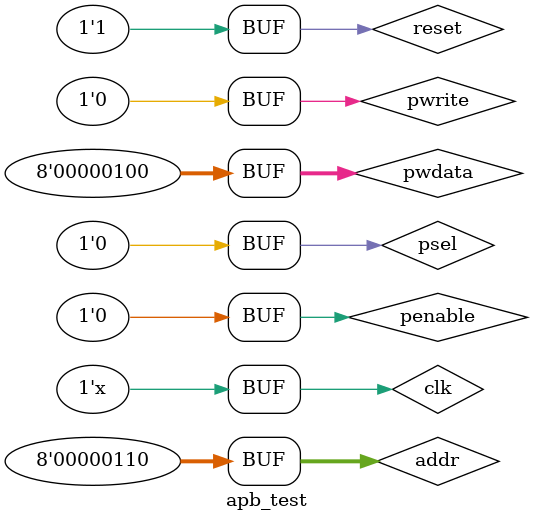
<source format=v>
`timescale 1ns / 1ps


module apb_test;

	// Inputs
	reg clk;
	reg reset;
	reg [7:0] addr;
	reg [7:0] pwdata;
	reg pwrite;
	reg psel;
	reg penable;

	// Outputs
	wire [7:0] prdata;

	// Instantiate the Unit Under Test (UUT)
	apb_modul uut (
		.clk(clk), 
		.reset(reset), 
		.addr(addr), 
		.pwdata(pwdata), 
		.prdata(prdata), 
		.pwrite(pwrite), 
		.psel(psel), 
		.penable(penable)
	);

	initial begin
		// Initialize Inputs
		clk = 0;
		reset = 0;
		addr = 0;
		pwdata = 0;
		pwrite = 0;
		psel = 0;
		penable = 0;

		// Wait 100 ns for global reset to finish
		#100;
        
		// Add stimulus here
		
		//reset
		#10 reset = 1;
		#150 reset = 0;
		
		// 6-os cimbe 4 beírása
		#10 addr = 6;
		#10 pwdata = 4;
		#10 pwrite = 1;
		#10 psel = 1;
		#10 penable = 1;		
		
		#100
		
		//to idle
		#10 penable = 0;
		#10 psel = 0;
		
		#100
		
		//kilvasas
		#10 pwrite = 0;
		#10 psel = 1;
		#10 penable = 1;
		
		#100
		
		//to idle
		#10 penable = 0;
		#10 psel = 0;
		
		#50
		
		#100 reset = 1;

		
	end
		
	
	always begin
		#20 clk = ~clk;
	end
      
endmodule


</source>
